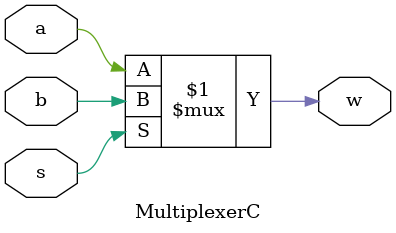
<source format=v>
module MultiplexerC
	(input a, b, s, output w);
	assign w = s ? b : a;
endmodule

</source>
